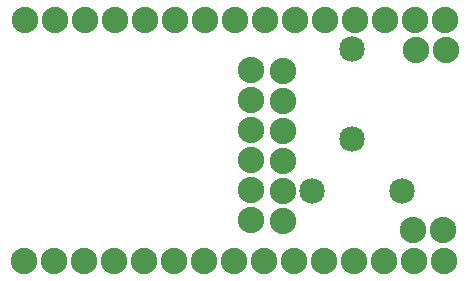
<source format=gbs>
G04 MADE WITH FRITZING*
G04 WWW.FRITZING.ORG*
G04 DOUBLE SIDED*
G04 HOLES PLATED*
G04 CONTOUR ON CENTER OF CONTOUR VECTOR*
%ASAXBY*%
%FSLAX23Y23*%
%MOIN*%
%OFA0B0*%
%SFA1.0B1.0*%
%ADD10C,0.085000*%
%ADD11C,0.088000*%
%LNMASK0*%
G90*
G70*
G54D10*
X1154Y775D03*
X1154Y475D03*
X1154Y775D03*
X1154Y475D03*
X1019Y304D03*
X1319Y304D03*
X1019Y304D03*
X1319Y304D03*
G54D11*
X1358Y174D03*
X1458Y174D03*
X1358Y174D03*
X1458Y174D03*
X1365Y774D03*
X1465Y774D03*
X1365Y774D03*
X1465Y774D03*
X815Y705D03*
X815Y605D03*
X815Y505D03*
X815Y405D03*
X815Y305D03*
X815Y205D03*
X815Y705D03*
X815Y605D03*
X815Y505D03*
X815Y405D03*
X815Y305D03*
X815Y205D03*
X924Y704D03*
X924Y604D03*
X924Y504D03*
X924Y404D03*
X924Y304D03*
X924Y204D03*
X924Y704D03*
X924Y604D03*
X924Y504D03*
X924Y404D03*
X924Y304D03*
X924Y204D03*
X61Y69D03*
X161Y69D03*
X261Y69D03*
X361Y69D03*
X461Y69D03*
X561Y69D03*
X661Y69D03*
X761Y69D03*
X861Y69D03*
X961Y69D03*
X1061Y69D03*
X1161Y69D03*
X1261Y69D03*
X1361Y69D03*
X1461Y69D03*
X64Y874D03*
X164Y874D03*
X264Y874D03*
X364Y874D03*
X464Y874D03*
X564Y874D03*
X664Y874D03*
X764Y874D03*
X864Y874D03*
X964Y874D03*
X1064Y874D03*
X1164Y874D03*
X1264Y874D03*
X1364Y874D03*
X1464Y874D03*
G04 End of Mask0*
M02*
</source>
